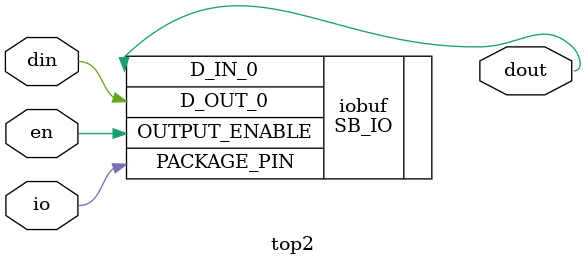
<source format=v>

module top1 (
        input  clk,
        output LED1, LED2, LED3, LED4,
        inout LED5
);
        localparam LOG2DELAY = 22;
        reg [LOG2DELAY-1:0] counter = 0;
        reg [1:0] outcnt = 0;
        reg dummy;

        always@(posedge clk) begin
                if (counter == 0) begin
                        case (outcnt)
                          2'b00: outcnt <= 2'b01;
                          2'b01: outcnt <= 2'b10;
                          default: outcnt <= 2'b00;
                        endcase
                end
                counter <= counter + 1;
        end

        assign LED1 = dummy;

        SB_IO #(
          .PIN_TYPE(6'b 1010_01),
          .PULLUP(1'b 0)
        ) led_io (
          .PACKAGE_PIN(LED5),
          .OUTPUT_ENABLE(outcnt[0]),
          .D_OUT_0(outcnt[1]),
          .D_IN_0(dummy)
        );
endmodule


// Code from https://github.com/YosysHQ/arachne-pnr/issues/24#issue-130534876

module top2_no_SB_IO(input din, en, output dout, inout io);
  assign io = en ? din : 1'bz, dout = io;
endmodule

module top2(input din, en, output dout, inout io);
  SB_IO #(
    .PIN_TYPE(6'b 1010_01),
    .PULLUP(1'b 0)
  ) iobuf (
    .PACKAGE_PIN(io),
    .OUTPUT_ENABLE(en),
    .D_OUT_0(din),
    .D_IN_0(dout)
  );
endmodule
</source>
